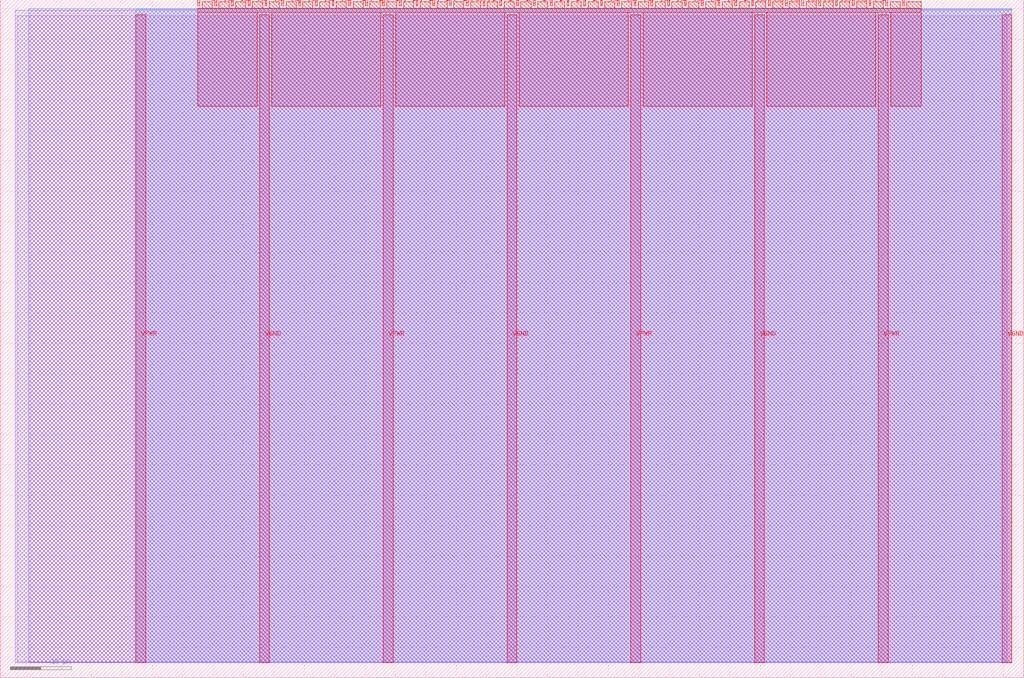
<source format=lef>
VERSION 5.7 ;
  NOWIREEXTENSIONATPIN ON ;
  DIVIDERCHAR "/" ;
  BUSBITCHARS "[]" ;
MACRO tt_um_gfg_development_tros_dup
  CLASS BLOCK ;
  FOREIGN tt_um_gfg_development_tros_dup ;
  ORIGIN 0.000 0.000 ;
  SIZE 168.360 BY 111.520 ;
  PIN VGND
    DIRECTION INOUT ;
    USE GROUND ;
    PORT
      LAYER met4 ;
        RECT 42.670 2.480 44.270 109.040 ;
    END
    PORT
      LAYER met4 ;
        RECT 83.380 2.480 84.980 109.040 ;
    END
    PORT
      LAYER met4 ;
        RECT 124.090 2.480 125.690 109.040 ;
    END
    PORT
      LAYER met4 ;
        RECT 164.800 2.480 166.400 109.040 ;
    END
  END VGND
  PIN VPWR
    DIRECTION INOUT ;
    USE POWER ;
    PORT
      LAYER met4 ;
        RECT 22.315 2.480 23.915 109.040 ;
    END
    PORT
      LAYER met4 ;
        RECT 63.025 2.480 64.625 109.040 ;
    END
    PORT
      LAYER met4 ;
        RECT 103.735 2.480 105.335 109.040 ;
    END
    PORT
      LAYER met4 ;
        RECT 144.445 2.480 146.045 109.040 ;
    END
  END VPWR
  PIN clk
    DIRECTION INPUT ;
    USE SIGNAL ;
    ANTENNAGATEAREA 0.852000 ;
    PORT
      LAYER met4 ;
        RECT 145.670 110.520 145.970 111.520 ;
    END
  END clk
  PIN ena
    DIRECTION INPUT ;
    USE SIGNAL ;
    ANTENNAGATEAREA 0.213000 ;
    PORT
      LAYER met4 ;
        RECT 148.430 110.520 148.730 111.520 ;
    END
  END ena
  PIN rst_n
    DIRECTION INPUT ;
    USE SIGNAL ;
    PORT
      LAYER met4 ;
        RECT 142.910 110.520 143.210 111.520 ;
    END
  END rst_n
  PIN ui_in[0]
    DIRECTION INPUT ;
    USE SIGNAL ;
    ANTENNAGATEAREA 0.213000 ;
    PORT
      LAYER met4 ;
        RECT 140.150 110.520 140.450 111.520 ;
    END
  END ui_in[0]
  PIN ui_in[1]
    DIRECTION INPUT ;
    USE SIGNAL ;
    ANTENNAGATEAREA 0.126000 ;
    PORT
      LAYER met4 ;
        RECT 137.390 110.520 137.690 111.520 ;
    END
  END ui_in[1]
  PIN ui_in[2]
    DIRECTION INPUT ;
    USE SIGNAL ;
    ANTENNAGATEAREA 0.196500 ;
    PORT
      LAYER met4 ;
        RECT 134.630 110.520 134.930 111.520 ;
    END
  END ui_in[2]
  PIN ui_in[3]
    DIRECTION INPUT ;
    USE SIGNAL ;
    ANTENNAGATEAREA 0.196500 ;
    PORT
      LAYER met4 ;
        RECT 131.870 110.520 132.170 111.520 ;
    END
  END ui_in[3]
  PIN ui_in[4]
    DIRECTION INPUT ;
    USE SIGNAL ;
    ANTENNAGATEAREA 0.196500 ;
    PORT
      LAYER met4 ;
        RECT 129.110 110.520 129.410 111.520 ;
    END
  END ui_in[4]
  PIN ui_in[5]
    DIRECTION INPUT ;
    USE SIGNAL ;
    ANTENNAGATEAREA 0.213000 ;
    PORT
      LAYER met4 ;
        RECT 126.350 110.520 126.650 111.520 ;
    END
  END ui_in[5]
  PIN ui_in[6]
    DIRECTION INPUT ;
    USE SIGNAL ;
    ANTENNAGATEAREA 0.213000 ;
    PORT
      LAYER met4 ;
        RECT 123.590 110.520 123.890 111.520 ;
    END
  END ui_in[6]
  PIN ui_in[7]
    DIRECTION INPUT ;
    USE SIGNAL ;
    ANTENNAGATEAREA 0.213000 ;
    PORT
      LAYER met4 ;
        RECT 120.830 110.520 121.130 111.520 ;
    END
  END ui_in[7]
  PIN uio_in[0]
    DIRECTION INPUT ;
    USE SIGNAL ;
    PORT
      LAYER met4 ;
        RECT 118.070 110.520 118.370 111.520 ;
    END
  END uio_in[0]
  PIN uio_in[1]
    DIRECTION INPUT ;
    USE SIGNAL ;
    PORT
      LAYER met4 ;
        RECT 115.310 110.520 115.610 111.520 ;
    END
  END uio_in[1]
  PIN uio_in[2]
    DIRECTION INPUT ;
    USE SIGNAL ;
    PORT
      LAYER met4 ;
        RECT 112.550 110.520 112.850 111.520 ;
    END
  END uio_in[2]
  PIN uio_in[3]
    DIRECTION INPUT ;
    USE SIGNAL ;
    PORT
      LAYER met4 ;
        RECT 109.790 110.520 110.090 111.520 ;
    END
  END uio_in[3]
  PIN uio_in[4]
    DIRECTION INPUT ;
    USE SIGNAL ;
    PORT
      LAYER met4 ;
        RECT 107.030 110.520 107.330 111.520 ;
    END
  END uio_in[4]
  PIN uio_in[5]
    DIRECTION INPUT ;
    USE SIGNAL ;
    PORT
      LAYER met4 ;
        RECT 104.270 110.520 104.570 111.520 ;
    END
  END uio_in[5]
  PIN uio_in[6]
    DIRECTION INPUT ;
    USE SIGNAL ;
    PORT
      LAYER met4 ;
        RECT 101.510 110.520 101.810 111.520 ;
    END
  END uio_in[6]
  PIN uio_in[7]
    DIRECTION INPUT ;
    USE SIGNAL ;
    PORT
      LAYER met4 ;
        RECT 98.750 110.520 99.050 111.520 ;
    END
  END uio_in[7]
  PIN uio_oe[0]
    DIRECTION OUTPUT TRISTATE ;
    USE SIGNAL ;
    PORT
      LAYER met4 ;
        RECT 51.830 110.520 52.130 111.520 ;
    END
  END uio_oe[0]
  PIN uio_oe[1]
    DIRECTION OUTPUT TRISTATE ;
    USE SIGNAL ;
    PORT
      LAYER met4 ;
        RECT 49.070 110.520 49.370 111.520 ;
    END
  END uio_oe[1]
  PIN uio_oe[2]
    DIRECTION OUTPUT TRISTATE ;
    USE SIGNAL ;
    PORT
      LAYER met4 ;
        RECT 46.310 110.520 46.610 111.520 ;
    END
  END uio_oe[2]
  PIN uio_oe[3]
    DIRECTION OUTPUT TRISTATE ;
    USE SIGNAL ;
    PORT
      LAYER met4 ;
        RECT 43.550 110.520 43.850 111.520 ;
    END
  END uio_oe[3]
  PIN uio_oe[4]
    DIRECTION OUTPUT TRISTATE ;
    USE SIGNAL ;
    PORT
      LAYER met4 ;
        RECT 40.790 110.520 41.090 111.520 ;
    END
  END uio_oe[4]
  PIN uio_oe[5]
    DIRECTION OUTPUT TRISTATE ;
    USE SIGNAL ;
    PORT
      LAYER met4 ;
        RECT 38.030 110.520 38.330 111.520 ;
    END
  END uio_oe[5]
  PIN uio_oe[6]
    DIRECTION OUTPUT TRISTATE ;
    USE SIGNAL ;
    PORT
      LAYER met4 ;
        RECT 35.270 110.520 35.570 111.520 ;
    END
  END uio_oe[6]
  PIN uio_oe[7]
    DIRECTION OUTPUT TRISTATE ;
    USE SIGNAL ;
    PORT
      LAYER met4 ;
        RECT 32.510 110.520 32.810 111.520 ;
    END
  END uio_oe[7]
  PIN uio_out[0]
    DIRECTION OUTPUT TRISTATE ;
    USE SIGNAL ;
    PORT
      LAYER met4 ;
        RECT 73.910 110.520 74.210 111.520 ;
    END
  END uio_out[0]
  PIN uio_out[1]
    DIRECTION OUTPUT TRISTATE ;
    USE SIGNAL ;
    PORT
      LAYER met4 ;
        RECT 71.150 110.520 71.450 111.520 ;
    END
  END uio_out[1]
  PIN uio_out[2]
    DIRECTION OUTPUT TRISTATE ;
    USE SIGNAL ;
    PORT
      LAYER met4 ;
        RECT 68.390 110.520 68.690 111.520 ;
    END
  END uio_out[2]
  PIN uio_out[3]
    DIRECTION OUTPUT TRISTATE ;
    USE SIGNAL ;
    PORT
      LAYER met4 ;
        RECT 65.630 110.520 65.930 111.520 ;
    END
  END uio_out[3]
  PIN uio_out[4]
    DIRECTION OUTPUT TRISTATE ;
    USE SIGNAL ;
    PORT
      LAYER met4 ;
        RECT 62.870 110.520 63.170 111.520 ;
    END
  END uio_out[4]
  PIN uio_out[5]
    DIRECTION OUTPUT TRISTATE ;
    USE SIGNAL ;
    PORT
      LAYER met4 ;
        RECT 60.110 110.520 60.410 111.520 ;
    END
  END uio_out[5]
  PIN uio_out[6]
    DIRECTION OUTPUT TRISTATE ;
    USE SIGNAL ;
    PORT
      LAYER met4 ;
        RECT 57.350 110.520 57.650 111.520 ;
    END
  END uio_out[6]
  PIN uio_out[7]
    DIRECTION OUTPUT TRISTATE ;
    USE SIGNAL ;
    PORT
      LAYER met4 ;
        RECT 54.590 110.520 54.890 111.520 ;
    END
  END uio_out[7]
  PIN uo_out[0]
    DIRECTION OUTPUT TRISTATE ;
    USE SIGNAL ;
    PORT
      LAYER met4 ;
        RECT 95.990 110.520 96.290 111.520 ;
    END
  END uo_out[0]
  PIN uo_out[1]
    DIRECTION OUTPUT TRISTATE ;
    USE SIGNAL ;
    PORT
      LAYER met4 ;
        RECT 93.230 110.520 93.530 111.520 ;
    END
  END uo_out[1]
  PIN uo_out[2]
    DIRECTION OUTPUT TRISTATE ;
    USE SIGNAL ;
    PORT
      LAYER met4 ;
        RECT 90.470 110.520 90.770 111.520 ;
    END
  END uo_out[2]
  PIN uo_out[3]
    DIRECTION OUTPUT TRISTATE ;
    USE SIGNAL ;
    PORT
      LAYER met4 ;
        RECT 87.710 110.520 88.010 111.520 ;
    END
  END uo_out[3]
  PIN uo_out[4]
    DIRECTION OUTPUT TRISTATE ;
    USE SIGNAL ;
    ANTENNADIFFAREA 0.445500 ;
    PORT
      LAYER met4 ;
        RECT 84.950 110.520 85.250 111.520 ;
    END
  END uo_out[4]
  PIN uo_out[5]
    DIRECTION OUTPUT TRISTATE ;
    USE SIGNAL ;
    ANTENNADIFFAREA 0.795200 ;
    PORT
      LAYER met4 ;
        RECT 82.190 110.520 82.490 111.520 ;
    END
  END uo_out[5]
  PIN uo_out[6]
    DIRECTION OUTPUT TRISTATE ;
    USE SIGNAL ;
    ANTENNADIFFAREA 0.445500 ;
    PORT
      LAYER met4 ;
        RECT 79.430 110.520 79.730 111.520 ;
    END
  END uo_out[6]
  PIN uo_out[7]
    DIRECTION OUTPUT TRISTATE ;
    USE SIGNAL ;
    ANTENNADIFFAREA 0.445500 ;
    PORT
      LAYER met4 ;
        RECT 76.670 110.520 76.970 111.520 ;
    END
  END uo_out[7]
  OBS
      LAYER li1 ;
        RECT 2.760 2.635 165.600 108.885 ;
      LAYER met1 ;
        RECT 2.460 2.480 166.400 109.780 ;
      LAYER met2 ;
        RECT 4.700 2.535 166.370 110.005 ;
      LAYER met3 ;
        RECT 22.325 2.555 166.390 109.985 ;
      LAYER met4 ;
        RECT 33.210 110.120 34.870 111.170 ;
        RECT 35.970 110.120 37.630 111.170 ;
        RECT 38.730 110.120 40.390 111.170 ;
        RECT 41.490 110.120 43.150 111.170 ;
        RECT 44.250 110.120 45.910 111.170 ;
        RECT 47.010 110.120 48.670 111.170 ;
        RECT 49.770 110.120 51.430 111.170 ;
        RECT 52.530 110.120 54.190 111.170 ;
        RECT 55.290 110.120 56.950 111.170 ;
        RECT 58.050 110.120 59.710 111.170 ;
        RECT 60.810 110.120 62.470 111.170 ;
        RECT 63.570 110.120 65.230 111.170 ;
        RECT 66.330 110.120 67.990 111.170 ;
        RECT 69.090 110.120 70.750 111.170 ;
        RECT 71.850 110.120 73.510 111.170 ;
        RECT 74.610 110.120 76.270 111.170 ;
        RECT 77.370 110.120 79.030 111.170 ;
        RECT 80.130 110.120 81.790 111.170 ;
        RECT 82.890 110.120 84.550 111.170 ;
        RECT 85.650 110.120 87.310 111.170 ;
        RECT 88.410 110.120 90.070 111.170 ;
        RECT 91.170 110.120 92.830 111.170 ;
        RECT 93.930 110.120 95.590 111.170 ;
        RECT 96.690 110.120 98.350 111.170 ;
        RECT 99.450 110.120 101.110 111.170 ;
        RECT 102.210 110.120 103.870 111.170 ;
        RECT 104.970 110.120 106.630 111.170 ;
        RECT 107.730 110.120 109.390 111.170 ;
        RECT 110.490 110.120 112.150 111.170 ;
        RECT 113.250 110.120 114.910 111.170 ;
        RECT 116.010 110.120 117.670 111.170 ;
        RECT 118.770 110.120 120.430 111.170 ;
        RECT 121.530 110.120 123.190 111.170 ;
        RECT 124.290 110.120 125.950 111.170 ;
        RECT 127.050 110.120 128.710 111.170 ;
        RECT 129.810 110.120 131.470 111.170 ;
        RECT 132.570 110.120 134.230 111.170 ;
        RECT 135.330 110.120 136.990 111.170 ;
        RECT 138.090 110.120 139.750 111.170 ;
        RECT 140.850 110.120 142.510 111.170 ;
        RECT 143.610 110.120 145.270 111.170 ;
        RECT 146.370 110.120 148.030 111.170 ;
        RECT 149.130 110.120 151.505 111.170 ;
        RECT 32.495 109.440 151.505 110.120 ;
        RECT 32.495 94.015 42.270 109.440 ;
        RECT 44.670 94.015 62.625 109.440 ;
        RECT 65.025 94.015 82.980 109.440 ;
        RECT 85.380 94.015 103.335 109.440 ;
        RECT 105.735 94.015 123.690 109.440 ;
        RECT 126.090 94.015 144.045 109.440 ;
        RECT 146.445 94.015 151.505 109.440 ;
  END
END tt_um_gfg_development_tros_dup
END LIBRARY


</source>
